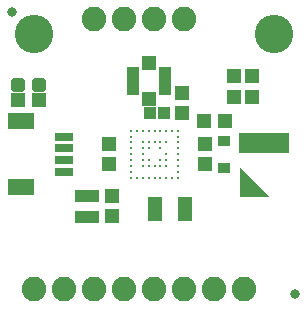
<source format=gts>
G75*
%MOIN*%
%OFA0B0*%
%FSLAX25Y25*%
%IPPOS*%
%LPD*%
%AMOC8*
5,1,8,0,0,1.08239X$1,22.5*
%
%ADD10C,0.01181*%
%ADD11R,0.08674X0.05524*%
%ADD12R,0.06115X0.03162*%
%ADD13R,0.04737X0.05131*%
%ADD14R,0.04146X0.09461*%
%ADD15R,0.04737X0.04934*%
%ADD16R,0.04737X0.07887*%
%ADD17C,0.08200*%
%ADD18R,0.04068X0.03280*%
%ADD19C,0.03300*%
%ADD20C,0.12800*%
%ADD21C,0.01990*%
%ADD22R,0.05131X0.04737*%
%ADD23R,0.04146X0.04343*%
%ADD24C,0.00197*%
%ADD25R,0.16535X0.06693*%
%ADD26R,0.07887X0.03950*%
D10*
X0156473Y0097149D03*
X0156466Y0099110D03*
X0156466Y0101078D03*
X0156466Y0103047D03*
X0156466Y0105015D03*
X0156466Y0106984D03*
X0156466Y0108952D03*
X0156466Y0110921D03*
X0156473Y0112897D03*
X0158442Y0112897D03*
X0160410Y0112897D03*
X0162379Y0112897D03*
X0164347Y0112897D03*
X0166316Y0112897D03*
X0168284Y0112897D03*
X0170253Y0112897D03*
X0172221Y0112897D03*
X0172221Y0110914D03*
X0172221Y0108946D03*
X0172221Y0106977D03*
X0172221Y0105009D03*
X0172221Y0103040D03*
X0172221Y0101072D03*
X0172221Y0099103D03*
X0172221Y0097149D03*
X0170253Y0097149D03*
X0168284Y0097149D03*
X0166316Y0097149D03*
X0164347Y0097149D03*
X0162379Y0097149D03*
X0160410Y0097149D03*
X0158442Y0097149D03*
X0160407Y0101074D03*
X0160415Y0103039D03*
X0162384Y0103036D03*
X0162379Y0101074D03*
X0164344Y0101074D03*
X0166311Y0101076D03*
X0166317Y0103036D03*
X0168278Y0103032D03*
X0168283Y0101070D03*
X0168277Y0105011D03*
X0166306Y0106989D03*
X0166322Y0108952D03*
X0164354Y0108952D03*
X0162385Y0108952D03*
X0160417Y0108952D03*
X0160407Y0106989D03*
X0162369Y0106982D03*
X0160403Y0105017D03*
X0168291Y0108952D03*
D11*
X0119865Y0116024D03*
X0119865Y0093976D03*
D12*
X0134333Y0099094D03*
X0134333Y0103031D03*
X0134333Y0106969D03*
X0134333Y0110906D03*
D13*
X0149333Y0108346D03*
X0149333Y0101654D03*
X0150233Y0091046D03*
X0150233Y0084354D03*
X0181233Y0101654D03*
X0181233Y0108346D03*
X0173433Y0118654D03*
X0173433Y0125346D03*
X0190833Y0124254D03*
X0196933Y0124254D03*
X0196933Y0130946D03*
X0190833Y0130946D03*
D14*
X0167847Y0129500D03*
X0157020Y0129500D03*
D15*
X0162433Y0123496D03*
X0162433Y0135504D03*
D16*
X0164612Y0086700D03*
X0174455Y0086700D03*
D17*
X0124333Y0060000D03*
X0134333Y0060000D03*
X0144333Y0060000D03*
X0154333Y0060000D03*
X0164333Y0060000D03*
X0174333Y0060000D03*
X0184333Y0060000D03*
X0194333Y0060000D03*
X0174333Y0150000D03*
X0164333Y0150000D03*
X0154333Y0150000D03*
X0144333Y0150000D03*
D18*
X0187533Y0109428D03*
X0187533Y0100372D03*
D19*
X0211133Y0058400D03*
X0116933Y0152500D03*
D20*
X0124333Y0145000D03*
X0204333Y0145000D03*
D21*
X0124413Y0129373D02*
X0124413Y0126627D01*
X0124413Y0129373D02*
X0127159Y0129373D01*
X0127159Y0126627D01*
X0124413Y0126627D01*
X0124413Y0128517D02*
X0127159Y0128517D01*
X0117508Y0129373D02*
X0117508Y0126627D01*
X0117508Y0129373D02*
X0120254Y0129373D01*
X0120254Y0126627D01*
X0117508Y0126627D01*
X0117508Y0128517D02*
X0120254Y0128517D01*
D22*
X0118987Y0123000D03*
X0125680Y0123000D03*
X0180987Y0116000D03*
X0187680Y0116000D03*
D23*
X0167417Y0118800D03*
X0162850Y0118800D03*
D24*
X0192782Y0100398D02*
X0202231Y0090949D01*
X0192782Y0090949D01*
X0192782Y0100398D01*
X0192782Y0100324D02*
X0192856Y0100324D01*
X0192782Y0100129D02*
X0193051Y0100129D01*
X0193247Y0099933D02*
X0192782Y0099933D01*
X0192782Y0099738D02*
X0193442Y0099738D01*
X0193637Y0099542D02*
X0192782Y0099542D01*
X0192782Y0099347D02*
X0193833Y0099347D01*
X0194028Y0099152D02*
X0192782Y0099152D01*
X0192782Y0098956D02*
X0194223Y0098956D01*
X0194419Y0098761D02*
X0192782Y0098761D01*
X0192782Y0098566D02*
X0194614Y0098566D01*
X0194809Y0098370D02*
X0192782Y0098370D01*
X0192782Y0098175D02*
X0195005Y0098175D01*
X0195200Y0097980D02*
X0192782Y0097980D01*
X0192782Y0097784D02*
X0195396Y0097784D01*
X0195591Y0097589D02*
X0192782Y0097589D01*
X0192782Y0097393D02*
X0195786Y0097393D01*
X0195982Y0097198D02*
X0192782Y0097198D01*
X0192782Y0097003D02*
X0196177Y0097003D01*
X0196372Y0096807D02*
X0192782Y0096807D01*
X0192782Y0096612D02*
X0196568Y0096612D01*
X0196763Y0096417D02*
X0192782Y0096417D01*
X0192782Y0096221D02*
X0196958Y0096221D01*
X0197154Y0096026D02*
X0192782Y0096026D01*
X0192782Y0095831D02*
X0197349Y0095831D01*
X0197545Y0095635D02*
X0192782Y0095635D01*
X0192782Y0095440D02*
X0197740Y0095440D01*
X0197935Y0095245D02*
X0192782Y0095245D01*
X0192782Y0095049D02*
X0198131Y0095049D01*
X0198326Y0094854D02*
X0192782Y0094854D01*
X0192782Y0094658D02*
X0198521Y0094658D01*
X0198717Y0094463D02*
X0192782Y0094463D01*
X0192782Y0094268D02*
X0198912Y0094268D01*
X0199107Y0094072D02*
X0192782Y0094072D01*
X0192782Y0093877D02*
X0199303Y0093877D01*
X0199498Y0093682D02*
X0192782Y0093682D01*
X0192782Y0093486D02*
X0199694Y0093486D01*
X0199889Y0093291D02*
X0192782Y0093291D01*
X0192782Y0093096D02*
X0200084Y0093096D01*
X0200280Y0092900D02*
X0192782Y0092900D01*
X0192782Y0092705D02*
X0200475Y0092705D01*
X0200670Y0092509D02*
X0192782Y0092509D01*
X0192782Y0092314D02*
X0200866Y0092314D01*
X0201061Y0092119D02*
X0192782Y0092119D01*
X0192782Y0091923D02*
X0201256Y0091923D01*
X0201452Y0091728D02*
X0192782Y0091728D01*
X0192782Y0091533D02*
X0201647Y0091533D01*
X0201843Y0091337D02*
X0192782Y0091337D01*
X0192782Y0091142D02*
X0202038Y0091142D01*
D25*
X0200971Y0108783D03*
D26*
X0141833Y0091118D03*
X0141833Y0084031D03*
M02*

</source>
